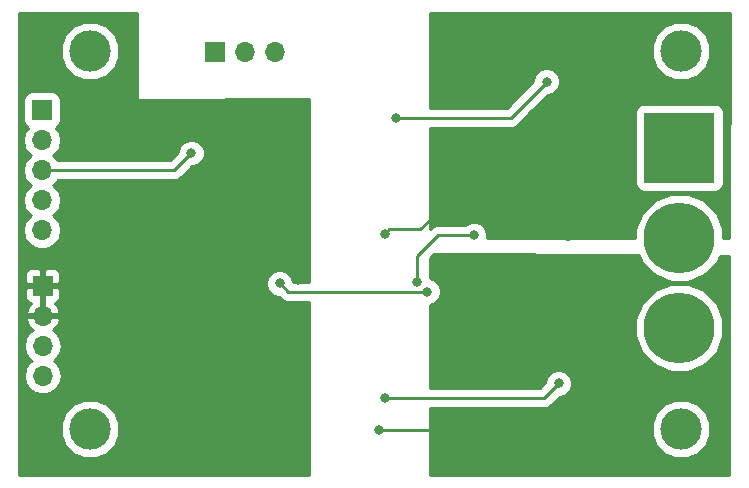
<source format=gbr>
G04 #@! TF.GenerationSoftware,KiCad,Pcbnew,5.0.0+dfsg1-2*
G04 #@! TF.CreationDate,2018-11-18T20:59:02-06:00*
G04 #@! TF.ProjectId,dimmer-2ch,64696D6D65722D3263682E6B69636164,rev?*
G04 #@! TF.SameCoordinates,Original*
G04 #@! TF.FileFunction,Copper,L2,Bot,Signal*
G04 #@! TF.FilePolarity,Positive*
%FSLAX46Y46*%
G04 Gerber Fmt 4.6, Leading zero omitted, Abs format (unit mm)*
G04 Created by KiCad (PCBNEW 5.0.0+dfsg1-2) date Sun Nov 18 20:59:02 2018*
%MOMM*%
%LPD*%
G01*
G04 APERTURE LIST*
G04 #@! TA.AperFunction,ComponentPad*
%ADD10R,5.999480X5.999480*%
G04 #@! TD*
G04 #@! TA.AperFunction,ComponentPad*
%ADD11C,5.999480*%
G04 #@! TD*
G04 #@! TA.AperFunction,ComponentPad*
%ADD12R,1.700000X1.700000*%
G04 #@! TD*
G04 #@! TA.AperFunction,ComponentPad*
%ADD13O,1.700000X1.700000*%
G04 #@! TD*
G04 #@! TA.AperFunction,ViaPad*
%ADD14C,3.500000*%
G04 #@! TD*
G04 #@! TA.AperFunction,ViaPad*
%ADD15C,0.800000*%
G04 #@! TD*
G04 #@! TA.AperFunction,ViaPad*
%ADD16C,2.000000*%
G04 #@! TD*
G04 #@! TA.AperFunction,Conductor*
%ADD17C,0.250000*%
G04 #@! TD*
G04 #@! TA.AperFunction,Conductor*
%ADD18C,0.254000*%
G04 #@! TD*
G04 APERTURE END LIST*
D10*
G04 #@! TO.P,J2,1*
G04 #@! TO.N,/LINE_OUT_2*
X175387000Y-95059500D03*
D11*
G04 #@! TO.P,J2,2*
G04 #@! TO.N,/LINE_IN*
X175387000Y-102679500D03*
G04 #@! TO.P,J2,3*
G04 #@! TO.N,/LINE_OUT_1*
X175387000Y-110299500D03*
G04 #@! TD*
D12*
G04 #@! TO.P,J3,1*
G04 #@! TO.N,/NEUTRAL*
X136080500Y-86931500D03*
D13*
G04 #@! TO.P,J3,2*
X138620500Y-86931500D03*
G04 #@! TO.P,J3,3*
G04 #@! TO.N,/LINE_IN*
X141160500Y-86931500D03*
G04 #@! TD*
D12*
G04 #@! TO.P,J1,1*
G04 #@! TO.N,GND*
X121475500Y-106743500D03*
D13*
G04 #@! TO.P,J1,2*
X121475500Y-109283500D03*
G04 #@! TO.P,J1,3*
G04 #@! TO.N,/5V*
X121475500Y-111823500D03*
G04 #@! TO.P,J1,4*
X121475500Y-114363500D03*
G04 #@! TD*
D12*
G04 #@! TO.P,J4,1*
G04 #@! TO.N,/CURRENT_SENSE_2*
X121412000Y-91884500D03*
D13*
G04 #@! TO.P,J4,2*
G04 #@! TO.N,/CURRENT_SENSE_1*
X121412000Y-94424500D03*
G04 #@! TO.P,J4,3*
G04 #@! TO.N,/TRIAC_2*
X121412000Y-96964500D03*
G04 #@! TO.P,J4,4*
G04 #@! TO.N,/TRIAC_1*
X121412000Y-99504500D03*
G04 #@! TO.P,J4,5*
G04 #@! TO.N,/ZEROCROSS*
X121412000Y-102044500D03*
G04 #@! TD*
D14*
G04 #@! TO.N,*
X175514000Y-86868000D03*
X175514000Y-118872000D03*
X125476000Y-86868000D03*
X125476000Y-118872000D03*
D15*
G04 #@! TO.N,Net-(D1-Pad3)*
X165163500Y-114998500D03*
X150495000Y-116268500D03*
G04 #@! TO.N,Net-(D2-Pad3)*
X151384000Y-92519500D03*
X164147500Y-89471500D03*
G04 #@! TO.N,/TRIAC_2*
X134048500Y-95504000D03*
G04 #@! TO.N,/CURRENT_SENSE_1*
X154051000Y-107251500D03*
X141541500Y-106553000D03*
G04 #@! TO.N,/5V*
X157997000Y-102489000D03*
X153162000Y-106426000D03*
G04 #@! TO.N,GND*
X140843000Y-97790000D03*
X128905000Y-106997500D03*
X140144500Y-113601500D03*
X132969000Y-115316000D03*
X143065500Y-106235500D03*
X142557500Y-104267000D03*
D16*
G04 #@! TO.N,/current sense 1/IN*
X169862500Y-118364000D03*
X166243000Y-120269000D03*
X162369500Y-108204000D03*
X164592000Y-110045500D03*
D15*
X149923500Y-118999000D03*
D16*
G04 #@! TO.N,/current sense 2/IN*
X166497000Y-90995500D03*
X170116500Y-92075000D03*
X162433000Y-100647500D03*
X165925500Y-101981000D03*
D15*
X150431500Y-102362000D03*
G04 #@! TD*
D17*
G04 #@! TO.N,Net-(D1-Pad3)*
X165163500Y-114998500D02*
X163893500Y-116268500D01*
X163893500Y-116268500D02*
X150495000Y-116268500D01*
G04 #@! TO.N,Net-(D2-Pad3)*
X151384000Y-92519500D02*
X161099500Y-92519500D01*
X161099500Y-92519500D02*
X164147500Y-89471500D01*
G04 #@! TO.N,/TRIAC_2*
X132588000Y-96964500D02*
X134048500Y-95504000D01*
X121412000Y-96964500D02*
X132588000Y-96964500D01*
G04 #@! TO.N,/CURRENT_SENSE_1*
X154051000Y-107251500D02*
X142240000Y-107251500D01*
X142240000Y-107251500D02*
X141541500Y-106553000D01*
G04 #@! TO.N,/5V*
X157997000Y-102489000D02*
X154940000Y-102489000D01*
X154940000Y-102489000D02*
X153162000Y-104267000D01*
X153162000Y-104267000D02*
X153162000Y-106426000D01*
G04 #@! TO.N,/current sense 1/IN*
X164973000Y-118999000D02*
X166243000Y-120269000D01*
X149923500Y-118999000D02*
X164973000Y-118999000D01*
G04 #@! TO.N,/current sense 2/IN*
X154749500Y-100647500D02*
X162433000Y-100647500D01*
X153434999Y-101962001D02*
X154749500Y-100647500D01*
X150431500Y-102362000D02*
X150831499Y-101962001D01*
X150831499Y-101962001D02*
X153434999Y-101962001D01*
G04 #@! TD*
D18*
G04 #@! TO.N,GND*
G36*
X129476500Y-90868500D02*
X129486167Y-90917101D01*
X129513697Y-90958303D01*
X129554899Y-90985833D01*
X129604055Y-90995499D01*
X144018000Y-90932556D01*
X144018000Y-106399500D01*
X142668500Y-106399500D01*
X142668500Y-106328826D01*
X142496924Y-105914606D01*
X142179894Y-105597576D01*
X141765674Y-105426000D01*
X141317326Y-105426000D01*
X140903106Y-105597576D01*
X140586076Y-105914606D01*
X140414500Y-106328826D01*
X140414500Y-106777174D01*
X140586076Y-107191394D01*
X140903106Y-107508424D01*
X141317326Y-107680000D01*
X141463590Y-107680000D01*
X141578211Y-107794621D01*
X141625743Y-107865757D01*
X141696878Y-107913288D01*
X141696879Y-107913289D01*
X141770799Y-107962681D01*
X141907566Y-108054066D01*
X142156088Y-108103500D01*
X142156091Y-108103500D01*
X142239999Y-108120190D01*
X142323907Y-108103500D01*
X144018000Y-108103500D01*
X144018000Y-122755500D01*
X119497000Y-122755500D01*
X119497000Y-118379294D01*
X122999000Y-118379294D01*
X122999000Y-119364706D01*
X123376101Y-120275108D01*
X124072892Y-120971899D01*
X124983294Y-121349000D01*
X125968706Y-121349000D01*
X126879108Y-120971899D01*
X127575899Y-120275108D01*
X127953000Y-119364706D01*
X127953000Y-118379294D01*
X127575899Y-117468892D01*
X126879108Y-116772101D01*
X125968706Y-116395000D01*
X124983294Y-116395000D01*
X124072892Y-116772101D01*
X123376101Y-117468892D01*
X122999000Y-118379294D01*
X119497000Y-118379294D01*
X119497000Y-111823500D01*
X119867605Y-111823500D01*
X119989999Y-112438815D01*
X120338547Y-112960453D01*
X120537666Y-113093500D01*
X120338547Y-113226547D01*
X119989999Y-113748185D01*
X119867605Y-114363500D01*
X119989999Y-114978815D01*
X120338547Y-115500453D01*
X120860185Y-115849001D01*
X121320181Y-115940500D01*
X121630819Y-115940500D01*
X122090815Y-115849001D01*
X122612453Y-115500453D01*
X122961001Y-114978815D01*
X123083395Y-114363500D01*
X122961001Y-113748185D01*
X122612453Y-113226547D01*
X122413334Y-113093500D01*
X122612453Y-112960453D01*
X122961001Y-112438815D01*
X123083395Y-111823500D01*
X122961001Y-111208185D01*
X122612453Y-110686547D01*
X122324268Y-110493988D01*
X122356858Y-110478683D01*
X122747145Y-110050424D01*
X122916976Y-109640390D01*
X122795655Y-109410500D01*
X121602500Y-109410500D01*
X121602500Y-109430500D01*
X121348500Y-109430500D01*
X121348500Y-109410500D01*
X120155345Y-109410500D01*
X120034024Y-109640390D01*
X120203855Y-110050424D01*
X120594142Y-110478683D01*
X120626732Y-110493988D01*
X120338547Y-110686547D01*
X119989999Y-111208185D01*
X119867605Y-111823500D01*
X119497000Y-111823500D01*
X119497000Y-107029250D01*
X119990500Y-107029250D01*
X119990500Y-107719810D01*
X120087173Y-107953199D01*
X120265802Y-108131827D01*
X120475378Y-108218636D01*
X120203855Y-108516576D01*
X120034024Y-108926610D01*
X120155345Y-109156500D01*
X121348500Y-109156500D01*
X121348500Y-106870500D01*
X121602500Y-106870500D01*
X121602500Y-109156500D01*
X122795655Y-109156500D01*
X122916976Y-108926610D01*
X122747145Y-108516576D01*
X122475622Y-108218636D01*
X122685198Y-108131827D01*
X122863827Y-107953199D01*
X122960500Y-107719810D01*
X122960500Y-107029250D01*
X122801750Y-106870500D01*
X121602500Y-106870500D01*
X121348500Y-106870500D01*
X120149250Y-106870500D01*
X119990500Y-107029250D01*
X119497000Y-107029250D01*
X119497000Y-105767190D01*
X119990500Y-105767190D01*
X119990500Y-106457750D01*
X120149250Y-106616500D01*
X121348500Y-106616500D01*
X121348500Y-105417250D01*
X121602500Y-105417250D01*
X121602500Y-106616500D01*
X122801750Y-106616500D01*
X122960500Y-106457750D01*
X122960500Y-105767190D01*
X122863827Y-105533801D01*
X122685198Y-105355173D01*
X122451809Y-105258500D01*
X121761250Y-105258500D01*
X121602500Y-105417250D01*
X121348500Y-105417250D01*
X121189750Y-105258500D01*
X120499191Y-105258500D01*
X120265802Y-105355173D01*
X120087173Y-105533801D01*
X119990500Y-105767190D01*
X119497000Y-105767190D01*
X119497000Y-94424500D01*
X119804105Y-94424500D01*
X119926499Y-95039815D01*
X120275047Y-95561453D01*
X120474166Y-95694500D01*
X120275047Y-95827547D01*
X119926499Y-96349185D01*
X119804105Y-96964500D01*
X119926499Y-97579815D01*
X120275047Y-98101453D01*
X120474166Y-98234500D01*
X120275047Y-98367547D01*
X119926499Y-98889185D01*
X119804105Y-99504500D01*
X119926499Y-100119815D01*
X120275047Y-100641453D01*
X120474166Y-100774500D01*
X120275047Y-100907547D01*
X119926499Y-101429185D01*
X119804105Y-102044500D01*
X119926499Y-102659815D01*
X120275047Y-103181453D01*
X120796685Y-103530001D01*
X121256681Y-103621500D01*
X121567319Y-103621500D01*
X122027315Y-103530001D01*
X122548953Y-103181453D01*
X122897501Y-102659815D01*
X123019895Y-102044500D01*
X122897501Y-101429185D01*
X122548953Y-100907547D01*
X122349834Y-100774500D01*
X122548953Y-100641453D01*
X122897501Y-100119815D01*
X123019895Y-99504500D01*
X122897501Y-98889185D01*
X122548953Y-98367547D01*
X122349834Y-98234500D01*
X122548953Y-98101453D01*
X122739353Y-97816500D01*
X132504092Y-97816500D01*
X132588000Y-97833190D01*
X132671908Y-97816500D01*
X132671912Y-97816500D01*
X132920434Y-97767066D01*
X133202257Y-97578757D01*
X133249790Y-97507619D01*
X134126410Y-96631000D01*
X134272674Y-96631000D01*
X134686894Y-96459424D01*
X135003924Y-96142394D01*
X135175500Y-95728174D01*
X135175500Y-95279826D01*
X135003924Y-94865606D01*
X134686894Y-94548576D01*
X134272674Y-94377000D01*
X133824326Y-94377000D01*
X133410106Y-94548576D01*
X133093076Y-94865606D01*
X132921500Y-95279826D01*
X132921500Y-95426090D01*
X132235091Y-96112500D01*
X122739353Y-96112500D01*
X122548953Y-95827547D01*
X122349834Y-95694500D01*
X122548953Y-95561453D01*
X122897501Y-95039815D01*
X123019895Y-94424500D01*
X122897501Y-93809185D01*
X122608807Y-93377125D01*
X122786137Y-93258637D01*
X122946818Y-93018161D01*
X123003242Y-92734500D01*
X123003242Y-91034500D01*
X122946818Y-90750839D01*
X122786137Y-90510363D01*
X122545661Y-90349682D01*
X122262000Y-90293258D01*
X120562000Y-90293258D01*
X120278339Y-90349682D01*
X120037863Y-90510363D01*
X119877182Y-90750839D01*
X119820758Y-91034500D01*
X119820758Y-92734500D01*
X119877182Y-93018161D01*
X120037863Y-93258637D01*
X120215193Y-93377125D01*
X119926499Y-93809185D01*
X119804105Y-94424500D01*
X119497000Y-94424500D01*
X119497000Y-86375294D01*
X122999000Y-86375294D01*
X122999000Y-87360706D01*
X123376101Y-88271108D01*
X124072892Y-88967899D01*
X124983294Y-89345000D01*
X125968706Y-89345000D01*
X126879108Y-88967899D01*
X127575899Y-88271108D01*
X127953000Y-87360706D01*
X127953000Y-86375294D01*
X127575899Y-85464892D01*
X126879108Y-84768101D01*
X125968706Y-84391000D01*
X124983294Y-84391000D01*
X124072892Y-84768101D01*
X123376101Y-85464892D01*
X122999000Y-86375294D01*
X119497000Y-86375294D01*
X119497000Y-83619500D01*
X129476500Y-83619500D01*
X129476500Y-90868500D01*
X129476500Y-90868500D01*
G37*
X129476500Y-90868500D02*
X129486167Y-90917101D01*
X129513697Y-90958303D01*
X129554899Y-90985833D01*
X129604055Y-90995499D01*
X144018000Y-90932556D01*
X144018000Y-106399500D01*
X142668500Y-106399500D01*
X142668500Y-106328826D01*
X142496924Y-105914606D01*
X142179894Y-105597576D01*
X141765674Y-105426000D01*
X141317326Y-105426000D01*
X140903106Y-105597576D01*
X140586076Y-105914606D01*
X140414500Y-106328826D01*
X140414500Y-106777174D01*
X140586076Y-107191394D01*
X140903106Y-107508424D01*
X141317326Y-107680000D01*
X141463590Y-107680000D01*
X141578211Y-107794621D01*
X141625743Y-107865757D01*
X141696878Y-107913288D01*
X141696879Y-107913289D01*
X141770799Y-107962681D01*
X141907566Y-108054066D01*
X142156088Y-108103500D01*
X142156091Y-108103500D01*
X142239999Y-108120190D01*
X142323907Y-108103500D01*
X144018000Y-108103500D01*
X144018000Y-122755500D01*
X119497000Y-122755500D01*
X119497000Y-118379294D01*
X122999000Y-118379294D01*
X122999000Y-119364706D01*
X123376101Y-120275108D01*
X124072892Y-120971899D01*
X124983294Y-121349000D01*
X125968706Y-121349000D01*
X126879108Y-120971899D01*
X127575899Y-120275108D01*
X127953000Y-119364706D01*
X127953000Y-118379294D01*
X127575899Y-117468892D01*
X126879108Y-116772101D01*
X125968706Y-116395000D01*
X124983294Y-116395000D01*
X124072892Y-116772101D01*
X123376101Y-117468892D01*
X122999000Y-118379294D01*
X119497000Y-118379294D01*
X119497000Y-111823500D01*
X119867605Y-111823500D01*
X119989999Y-112438815D01*
X120338547Y-112960453D01*
X120537666Y-113093500D01*
X120338547Y-113226547D01*
X119989999Y-113748185D01*
X119867605Y-114363500D01*
X119989999Y-114978815D01*
X120338547Y-115500453D01*
X120860185Y-115849001D01*
X121320181Y-115940500D01*
X121630819Y-115940500D01*
X122090815Y-115849001D01*
X122612453Y-115500453D01*
X122961001Y-114978815D01*
X123083395Y-114363500D01*
X122961001Y-113748185D01*
X122612453Y-113226547D01*
X122413334Y-113093500D01*
X122612453Y-112960453D01*
X122961001Y-112438815D01*
X123083395Y-111823500D01*
X122961001Y-111208185D01*
X122612453Y-110686547D01*
X122324268Y-110493988D01*
X122356858Y-110478683D01*
X122747145Y-110050424D01*
X122916976Y-109640390D01*
X122795655Y-109410500D01*
X121602500Y-109410500D01*
X121602500Y-109430500D01*
X121348500Y-109430500D01*
X121348500Y-109410500D01*
X120155345Y-109410500D01*
X120034024Y-109640390D01*
X120203855Y-110050424D01*
X120594142Y-110478683D01*
X120626732Y-110493988D01*
X120338547Y-110686547D01*
X119989999Y-111208185D01*
X119867605Y-111823500D01*
X119497000Y-111823500D01*
X119497000Y-107029250D01*
X119990500Y-107029250D01*
X119990500Y-107719810D01*
X120087173Y-107953199D01*
X120265802Y-108131827D01*
X120475378Y-108218636D01*
X120203855Y-108516576D01*
X120034024Y-108926610D01*
X120155345Y-109156500D01*
X121348500Y-109156500D01*
X121348500Y-106870500D01*
X121602500Y-106870500D01*
X121602500Y-109156500D01*
X122795655Y-109156500D01*
X122916976Y-108926610D01*
X122747145Y-108516576D01*
X122475622Y-108218636D01*
X122685198Y-108131827D01*
X122863827Y-107953199D01*
X122960500Y-107719810D01*
X122960500Y-107029250D01*
X122801750Y-106870500D01*
X121602500Y-106870500D01*
X121348500Y-106870500D01*
X120149250Y-106870500D01*
X119990500Y-107029250D01*
X119497000Y-107029250D01*
X119497000Y-105767190D01*
X119990500Y-105767190D01*
X119990500Y-106457750D01*
X120149250Y-106616500D01*
X121348500Y-106616500D01*
X121348500Y-105417250D01*
X121602500Y-105417250D01*
X121602500Y-106616500D01*
X122801750Y-106616500D01*
X122960500Y-106457750D01*
X122960500Y-105767190D01*
X122863827Y-105533801D01*
X122685198Y-105355173D01*
X122451809Y-105258500D01*
X121761250Y-105258500D01*
X121602500Y-105417250D01*
X121348500Y-105417250D01*
X121189750Y-105258500D01*
X120499191Y-105258500D01*
X120265802Y-105355173D01*
X120087173Y-105533801D01*
X119990500Y-105767190D01*
X119497000Y-105767190D01*
X119497000Y-94424500D01*
X119804105Y-94424500D01*
X119926499Y-95039815D01*
X120275047Y-95561453D01*
X120474166Y-95694500D01*
X120275047Y-95827547D01*
X119926499Y-96349185D01*
X119804105Y-96964500D01*
X119926499Y-97579815D01*
X120275047Y-98101453D01*
X120474166Y-98234500D01*
X120275047Y-98367547D01*
X119926499Y-98889185D01*
X119804105Y-99504500D01*
X119926499Y-100119815D01*
X120275047Y-100641453D01*
X120474166Y-100774500D01*
X120275047Y-100907547D01*
X119926499Y-101429185D01*
X119804105Y-102044500D01*
X119926499Y-102659815D01*
X120275047Y-103181453D01*
X120796685Y-103530001D01*
X121256681Y-103621500D01*
X121567319Y-103621500D01*
X122027315Y-103530001D01*
X122548953Y-103181453D01*
X122897501Y-102659815D01*
X123019895Y-102044500D01*
X122897501Y-101429185D01*
X122548953Y-100907547D01*
X122349834Y-100774500D01*
X122548953Y-100641453D01*
X122897501Y-100119815D01*
X123019895Y-99504500D01*
X122897501Y-98889185D01*
X122548953Y-98367547D01*
X122349834Y-98234500D01*
X122548953Y-98101453D01*
X122739353Y-97816500D01*
X132504092Y-97816500D01*
X132588000Y-97833190D01*
X132671908Y-97816500D01*
X132671912Y-97816500D01*
X132920434Y-97767066D01*
X133202257Y-97578757D01*
X133249790Y-97507619D01*
X134126410Y-96631000D01*
X134272674Y-96631000D01*
X134686894Y-96459424D01*
X135003924Y-96142394D01*
X135175500Y-95728174D01*
X135175500Y-95279826D01*
X135003924Y-94865606D01*
X134686894Y-94548576D01*
X134272674Y-94377000D01*
X133824326Y-94377000D01*
X133410106Y-94548576D01*
X133093076Y-94865606D01*
X132921500Y-95279826D01*
X132921500Y-95426090D01*
X132235091Y-96112500D01*
X122739353Y-96112500D01*
X122548953Y-95827547D01*
X122349834Y-95694500D01*
X122548953Y-95561453D01*
X122897501Y-95039815D01*
X123019895Y-94424500D01*
X122897501Y-93809185D01*
X122608807Y-93377125D01*
X122786137Y-93258637D01*
X122946818Y-93018161D01*
X123003242Y-92734500D01*
X123003242Y-91034500D01*
X122946818Y-90750839D01*
X122786137Y-90510363D01*
X122545661Y-90349682D01*
X122262000Y-90293258D01*
X120562000Y-90293258D01*
X120278339Y-90349682D01*
X120037863Y-90510363D01*
X119877182Y-90750839D01*
X119820758Y-91034500D01*
X119820758Y-92734500D01*
X119877182Y-93018161D01*
X120037863Y-93258637D01*
X120215193Y-93377125D01*
X119926499Y-93809185D01*
X119804105Y-94424500D01*
X119497000Y-94424500D01*
X119497000Y-86375294D01*
X122999000Y-86375294D01*
X122999000Y-87360706D01*
X123376101Y-88271108D01*
X124072892Y-88967899D01*
X124983294Y-89345000D01*
X125968706Y-89345000D01*
X126879108Y-88967899D01*
X127575899Y-88271108D01*
X127953000Y-87360706D01*
X127953000Y-86375294D01*
X127575899Y-85464892D01*
X126879108Y-84768101D01*
X125968706Y-84391000D01*
X124983294Y-84391000D01*
X124072892Y-84768101D01*
X123376101Y-85464892D01*
X122999000Y-86375294D01*
X119497000Y-86375294D01*
X119497000Y-83619500D01*
X129476500Y-83619500D01*
X129476500Y-90868500D01*
G04 #@! TO.N,/current sense 1/IN*
G36*
X171960589Y-104145853D02*
X172227623Y-104790529D01*
X173275971Y-105838877D01*
X174645705Y-106406240D01*
X176128295Y-106406240D01*
X177498029Y-105838877D01*
X178546377Y-104790529D01*
X178792345Y-104196709D01*
X179578000Y-104202558D01*
X179578000Y-122755500D01*
X154303571Y-122755500D01*
X154289176Y-118379294D01*
X173037000Y-118379294D01*
X173037000Y-119364706D01*
X173414101Y-120275108D01*
X174110892Y-120971899D01*
X175021294Y-121349000D01*
X176006706Y-121349000D01*
X176917108Y-120971899D01*
X177613899Y-120275108D01*
X177991000Y-119364706D01*
X177991000Y-118379294D01*
X177613899Y-117468892D01*
X176917108Y-116772101D01*
X176006706Y-116395000D01*
X175021294Y-116395000D01*
X174110892Y-116772101D01*
X173414101Y-117468892D01*
X173037000Y-118379294D01*
X154289176Y-118379294D01*
X154285035Y-117120500D01*
X163809592Y-117120500D01*
X163893500Y-117137190D01*
X163977408Y-117120500D01*
X163977412Y-117120500D01*
X164225934Y-117071066D01*
X164507757Y-116882757D01*
X164555290Y-116811619D01*
X165241410Y-116125500D01*
X165387674Y-116125500D01*
X165801894Y-115953924D01*
X166118924Y-115636894D01*
X166290500Y-115222674D01*
X166290500Y-114774326D01*
X166118924Y-114360106D01*
X165801894Y-114043076D01*
X165387674Y-113871500D01*
X164939326Y-113871500D01*
X164525106Y-114043076D01*
X164208076Y-114360106D01*
X164036500Y-114774326D01*
X164036500Y-114920590D01*
X163540591Y-115416500D01*
X154279430Y-115416500D01*
X154260159Y-109558205D01*
X171660260Y-109558205D01*
X171660260Y-111040795D01*
X172227623Y-112410529D01*
X173275971Y-113458877D01*
X174645705Y-114026240D01*
X176128295Y-114026240D01*
X177498029Y-113458877D01*
X178546377Y-112410529D01*
X179113740Y-111040795D01*
X179113740Y-109558205D01*
X178546377Y-108188471D01*
X177498029Y-107140123D01*
X176128295Y-106572760D01*
X174645705Y-106572760D01*
X173275971Y-107140123D01*
X172227623Y-108188471D01*
X171660260Y-109558205D01*
X154260159Y-109558205D01*
X154256278Y-108378500D01*
X154275174Y-108378500D01*
X154689394Y-108206924D01*
X155006424Y-107889894D01*
X155178000Y-107475674D01*
X155178000Y-107027326D01*
X155006424Y-106613106D01*
X154689394Y-106296076D01*
X154275174Y-106124500D01*
X154256970Y-106124500D01*
X154248799Y-106104773D01*
X154243160Y-104390749D01*
X154617164Y-104016745D01*
X171960589Y-104145853D01*
X171960589Y-104145853D01*
G37*
X171960589Y-104145853D02*
X172227623Y-104790529D01*
X173275971Y-105838877D01*
X174645705Y-106406240D01*
X176128295Y-106406240D01*
X177498029Y-105838877D01*
X178546377Y-104790529D01*
X178792345Y-104196709D01*
X179578000Y-104202558D01*
X179578000Y-122755500D01*
X154303571Y-122755500D01*
X154289176Y-118379294D01*
X173037000Y-118379294D01*
X173037000Y-119364706D01*
X173414101Y-120275108D01*
X174110892Y-120971899D01*
X175021294Y-121349000D01*
X176006706Y-121349000D01*
X176917108Y-120971899D01*
X177613899Y-120275108D01*
X177991000Y-119364706D01*
X177991000Y-118379294D01*
X177613899Y-117468892D01*
X176917108Y-116772101D01*
X176006706Y-116395000D01*
X175021294Y-116395000D01*
X174110892Y-116772101D01*
X173414101Y-117468892D01*
X173037000Y-118379294D01*
X154289176Y-118379294D01*
X154285035Y-117120500D01*
X163809592Y-117120500D01*
X163893500Y-117137190D01*
X163977408Y-117120500D01*
X163977412Y-117120500D01*
X164225934Y-117071066D01*
X164507757Y-116882757D01*
X164555290Y-116811619D01*
X165241410Y-116125500D01*
X165387674Y-116125500D01*
X165801894Y-115953924D01*
X166118924Y-115636894D01*
X166290500Y-115222674D01*
X166290500Y-114774326D01*
X166118924Y-114360106D01*
X165801894Y-114043076D01*
X165387674Y-113871500D01*
X164939326Y-113871500D01*
X164525106Y-114043076D01*
X164208076Y-114360106D01*
X164036500Y-114774326D01*
X164036500Y-114920590D01*
X163540591Y-115416500D01*
X154279430Y-115416500D01*
X154260159Y-109558205D01*
X171660260Y-109558205D01*
X171660260Y-111040795D01*
X172227623Y-112410529D01*
X173275971Y-113458877D01*
X174645705Y-114026240D01*
X176128295Y-114026240D01*
X177498029Y-113458877D01*
X178546377Y-112410529D01*
X179113740Y-111040795D01*
X179113740Y-109558205D01*
X178546377Y-108188471D01*
X177498029Y-107140123D01*
X176128295Y-106572760D01*
X174645705Y-106572760D01*
X173275971Y-107140123D01*
X172227623Y-108188471D01*
X171660260Y-109558205D01*
X154260159Y-109558205D01*
X154256278Y-108378500D01*
X154275174Y-108378500D01*
X154689394Y-108206924D01*
X155006424Y-107889894D01*
X155178000Y-107475674D01*
X155178000Y-107027326D01*
X155006424Y-106613106D01*
X154689394Y-106296076D01*
X154275174Y-106124500D01*
X154256970Y-106124500D01*
X154248799Y-106104773D01*
X154243160Y-104390749D01*
X154617164Y-104016745D01*
X171960589Y-104145853D01*
G04 #@! TO.N,/current sense 2/IN*
G36*
X179641086Y-83628555D02*
X179578416Y-102743000D01*
X179113740Y-102743000D01*
X179113740Y-101938205D01*
X178546377Y-100568471D01*
X177498029Y-99520123D01*
X176128295Y-98952760D01*
X174645705Y-98952760D01*
X173275971Y-99520123D01*
X172227623Y-100568471D01*
X171660260Y-101938205D01*
X171660260Y-102743000D01*
X159111646Y-102743000D01*
X159124000Y-102713174D01*
X159124000Y-102264826D01*
X158952424Y-101850606D01*
X158635394Y-101533576D01*
X158221174Y-101362000D01*
X157772826Y-101362000D01*
X157358606Y-101533576D01*
X157255182Y-101637000D01*
X155023908Y-101637000D01*
X154940000Y-101620310D01*
X154856092Y-101637000D01*
X154856088Y-101637000D01*
X154607566Y-101686434D01*
X154325743Y-101874743D01*
X154305000Y-101905787D01*
X154305000Y-93371500D01*
X161015592Y-93371500D01*
X161099500Y-93388190D01*
X161183408Y-93371500D01*
X161183412Y-93371500D01*
X161431934Y-93322066D01*
X161713757Y-93133757D01*
X161761290Y-93062619D01*
X162764149Y-92059760D01*
X171646018Y-92059760D01*
X171646018Y-98059240D01*
X171702442Y-98342901D01*
X171863123Y-98583377D01*
X172103599Y-98744058D01*
X172387260Y-98800482D01*
X178386740Y-98800482D01*
X178670401Y-98744058D01*
X178910877Y-98583377D01*
X179071558Y-98342901D01*
X179127982Y-98059240D01*
X179127982Y-92059760D01*
X179071558Y-91776099D01*
X178910877Y-91535623D01*
X178670401Y-91374942D01*
X178386740Y-91318518D01*
X172387260Y-91318518D01*
X172103599Y-91374942D01*
X171863123Y-91535623D01*
X171702442Y-91776099D01*
X171646018Y-92059760D01*
X162764149Y-92059760D01*
X164225410Y-90598500D01*
X164371674Y-90598500D01*
X164785894Y-90426924D01*
X165102924Y-90109894D01*
X165274500Y-89695674D01*
X165274500Y-89247326D01*
X165102924Y-88833106D01*
X164785894Y-88516076D01*
X164371674Y-88344500D01*
X163923326Y-88344500D01*
X163509106Y-88516076D01*
X163192076Y-88833106D01*
X163020500Y-89247326D01*
X163020500Y-89393590D01*
X160746591Y-91667500D01*
X154305000Y-91667500D01*
X154305000Y-86375294D01*
X173037000Y-86375294D01*
X173037000Y-87360706D01*
X173414101Y-88271108D01*
X174110892Y-88967899D01*
X175021294Y-89345000D01*
X176006706Y-89345000D01*
X176917108Y-88967899D01*
X177613899Y-88271108D01*
X177991000Y-87360706D01*
X177991000Y-86375294D01*
X177613899Y-85464892D01*
X176917108Y-84768101D01*
X176006706Y-84391000D01*
X175021294Y-84391000D01*
X174110892Y-84768101D01*
X173414101Y-85464892D01*
X173037000Y-86375294D01*
X154305000Y-86375294D01*
X154305000Y-83619500D01*
X178424703Y-83619500D01*
X179641086Y-83628555D01*
X179641086Y-83628555D01*
G37*
X179641086Y-83628555D02*
X179578416Y-102743000D01*
X179113740Y-102743000D01*
X179113740Y-101938205D01*
X178546377Y-100568471D01*
X177498029Y-99520123D01*
X176128295Y-98952760D01*
X174645705Y-98952760D01*
X173275971Y-99520123D01*
X172227623Y-100568471D01*
X171660260Y-101938205D01*
X171660260Y-102743000D01*
X159111646Y-102743000D01*
X159124000Y-102713174D01*
X159124000Y-102264826D01*
X158952424Y-101850606D01*
X158635394Y-101533576D01*
X158221174Y-101362000D01*
X157772826Y-101362000D01*
X157358606Y-101533576D01*
X157255182Y-101637000D01*
X155023908Y-101637000D01*
X154940000Y-101620310D01*
X154856092Y-101637000D01*
X154856088Y-101637000D01*
X154607566Y-101686434D01*
X154325743Y-101874743D01*
X154305000Y-101905787D01*
X154305000Y-93371500D01*
X161015592Y-93371500D01*
X161099500Y-93388190D01*
X161183408Y-93371500D01*
X161183412Y-93371500D01*
X161431934Y-93322066D01*
X161713757Y-93133757D01*
X161761290Y-93062619D01*
X162764149Y-92059760D01*
X171646018Y-92059760D01*
X171646018Y-98059240D01*
X171702442Y-98342901D01*
X171863123Y-98583377D01*
X172103599Y-98744058D01*
X172387260Y-98800482D01*
X178386740Y-98800482D01*
X178670401Y-98744058D01*
X178910877Y-98583377D01*
X179071558Y-98342901D01*
X179127982Y-98059240D01*
X179127982Y-92059760D01*
X179071558Y-91776099D01*
X178910877Y-91535623D01*
X178670401Y-91374942D01*
X178386740Y-91318518D01*
X172387260Y-91318518D01*
X172103599Y-91374942D01*
X171863123Y-91535623D01*
X171702442Y-91776099D01*
X171646018Y-92059760D01*
X162764149Y-92059760D01*
X164225410Y-90598500D01*
X164371674Y-90598500D01*
X164785894Y-90426924D01*
X165102924Y-90109894D01*
X165274500Y-89695674D01*
X165274500Y-89247326D01*
X165102924Y-88833106D01*
X164785894Y-88516076D01*
X164371674Y-88344500D01*
X163923326Y-88344500D01*
X163509106Y-88516076D01*
X163192076Y-88833106D01*
X163020500Y-89247326D01*
X163020500Y-89393590D01*
X160746591Y-91667500D01*
X154305000Y-91667500D01*
X154305000Y-86375294D01*
X173037000Y-86375294D01*
X173037000Y-87360706D01*
X173414101Y-88271108D01*
X174110892Y-88967899D01*
X175021294Y-89345000D01*
X176006706Y-89345000D01*
X176917108Y-88967899D01*
X177613899Y-88271108D01*
X177991000Y-87360706D01*
X177991000Y-86375294D01*
X177613899Y-85464892D01*
X176917108Y-84768101D01*
X176006706Y-84391000D01*
X175021294Y-84391000D01*
X174110892Y-84768101D01*
X173414101Y-85464892D01*
X173037000Y-86375294D01*
X154305000Y-86375294D01*
X154305000Y-83619500D01*
X178424703Y-83619500D01*
X179641086Y-83628555D01*
G04 #@! TD*
M02*

</source>
